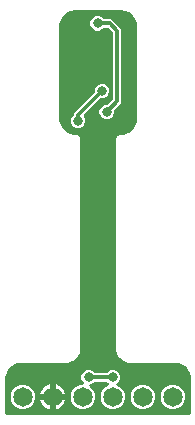
<source format=gbr>
G04 EAGLE Gerber RS-274X export*
G75*
%MOMM*%
%FSLAX34Y34*%
%LPD*%
%INBottom Copper*%
%IPPOS*%
%AMOC8*
5,1,8,0,0,1.08239X$1,22.5*%
G01*
%ADD10C,1.650000*%
%ADD11C,0.806400*%
%ADD12C,0.304800*%
%ADD13C,0.254000*%

G36*
X153788Y16D02*
X153788Y16D01*
X153907Y23D01*
X153945Y36D01*
X153986Y41D01*
X154096Y84D01*
X154209Y121D01*
X154244Y143D01*
X154281Y158D01*
X154377Y228D01*
X154478Y291D01*
X154506Y321D01*
X154539Y344D01*
X154615Y436D01*
X154696Y523D01*
X154716Y558D01*
X154741Y589D01*
X154792Y697D01*
X154850Y801D01*
X154860Y841D01*
X154877Y877D01*
X154899Y994D01*
X154929Y1109D01*
X154933Y1170D01*
X154937Y1190D01*
X154935Y1210D01*
X154939Y1270D01*
X154939Y27940D01*
X154937Y27962D01*
X154934Y28051D01*
X154741Y30256D01*
X154735Y30286D01*
X154735Y30316D01*
X154703Y30474D01*
X154130Y32612D01*
X154119Y32640D01*
X154113Y32670D01*
X154054Y32820D01*
X153119Y34826D01*
X153103Y34852D01*
X153092Y34881D01*
X153008Y35018D01*
X151738Y36831D01*
X151718Y36854D01*
X151703Y36880D01*
X151596Y37001D01*
X150031Y38566D01*
X150007Y38585D01*
X149987Y38608D01*
X149861Y38708D01*
X148048Y39978D01*
X148021Y39992D01*
X147998Y40012D01*
X147856Y40089D01*
X145850Y41024D01*
X145821Y41034D01*
X145795Y41049D01*
X145642Y41100D01*
X143504Y41673D01*
X143474Y41677D01*
X143445Y41687D01*
X143286Y41711D01*
X141081Y41904D01*
X141059Y41904D01*
X140970Y41909D01*
X102925Y41909D01*
X100886Y42088D01*
X98962Y42603D01*
X97157Y43445D01*
X95526Y44587D01*
X94117Y45996D01*
X92975Y47627D01*
X92133Y49432D01*
X91618Y51356D01*
X91439Y53395D01*
X91439Y233609D01*
X91543Y234526D01*
X91824Y235330D01*
X91868Y235401D01*
X92277Y236051D01*
X92879Y236653D01*
X93600Y237106D01*
X94404Y237387D01*
X95377Y237497D01*
X97566Y237689D01*
X97596Y237695D01*
X97626Y237695D01*
X97784Y237727D01*
X99922Y238300D01*
X99950Y238311D01*
X99980Y238317D01*
X100130Y238376D01*
X102136Y239311D01*
X102162Y239327D01*
X102191Y239338D01*
X102328Y239422D01*
X104141Y240692D01*
X104164Y240712D01*
X104190Y240727D01*
X104311Y240834D01*
X105876Y242399D01*
X105895Y242423D01*
X105918Y242443D01*
X106018Y242569D01*
X107288Y244382D01*
X107302Y244409D01*
X107322Y244432D01*
X107399Y244574D01*
X108334Y246580D01*
X108344Y246609D01*
X108359Y246635D01*
X108410Y246788D01*
X108983Y248926D01*
X108987Y248956D01*
X108997Y248985D01*
X109021Y249144D01*
X109214Y251349D01*
X109214Y251371D01*
X109219Y251460D01*
X109219Y326390D01*
X109217Y326412D01*
X109214Y326501D01*
X109021Y328706D01*
X109015Y328736D01*
X109015Y328766D01*
X108983Y328924D01*
X108410Y331062D01*
X108399Y331090D01*
X108393Y331120D01*
X108334Y331270D01*
X107399Y333276D01*
X107383Y333302D01*
X107372Y333331D01*
X107288Y333468D01*
X106018Y335281D01*
X105998Y335304D01*
X105983Y335330D01*
X105876Y335451D01*
X104311Y337016D01*
X104287Y337035D01*
X104267Y337058D01*
X104141Y337158D01*
X102328Y338428D01*
X102301Y338442D01*
X102278Y338462D01*
X102136Y338539D01*
X100130Y339474D01*
X100101Y339484D01*
X100075Y339499D01*
X99922Y339550D01*
X97784Y340123D01*
X97754Y340127D01*
X97725Y340137D01*
X97566Y340161D01*
X95361Y340354D01*
X95339Y340354D01*
X95250Y340359D01*
X59690Y340359D01*
X59669Y340357D01*
X59579Y340354D01*
X57374Y340161D01*
X57344Y340155D01*
X57314Y340155D01*
X57156Y340123D01*
X55018Y339550D01*
X54990Y339539D01*
X54960Y339533D01*
X54810Y339474D01*
X52804Y338539D01*
X52778Y338523D01*
X52749Y338512D01*
X52612Y338428D01*
X50799Y337158D01*
X50776Y337138D01*
X50750Y337123D01*
X50629Y337016D01*
X49064Y335451D01*
X49045Y335427D01*
X49022Y335407D01*
X48922Y335281D01*
X47652Y333468D01*
X47638Y333441D01*
X47618Y333418D01*
X47541Y333276D01*
X46606Y331270D01*
X46596Y331241D01*
X46581Y331215D01*
X46530Y331062D01*
X45957Y328924D01*
X45953Y328894D01*
X45943Y328865D01*
X45919Y328706D01*
X45726Y326501D01*
X45726Y326479D01*
X45721Y326390D01*
X45721Y251460D01*
X45723Y251439D01*
X45726Y251349D01*
X45919Y249144D01*
X45925Y249114D01*
X45925Y249084D01*
X45957Y248926D01*
X46530Y246788D01*
X46541Y246760D01*
X46547Y246730D01*
X46606Y246580D01*
X47541Y244574D01*
X47557Y244548D01*
X47568Y244519D01*
X47652Y244382D01*
X48922Y242569D01*
X48942Y242546D01*
X48957Y242520D01*
X49064Y242399D01*
X50629Y240834D01*
X50653Y240815D01*
X50673Y240792D01*
X50799Y240692D01*
X52612Y239422D01*
X52639Y239408D01*
X52662Y239388D01*
X52804Y239311D01*
X54810Y238376D01*
X54839Y238366D01*
X54865Y238351D01*
X55018Y238300D01*
X57156Y237727D01*
X57186Y237723D01*
X57215Y237713D01*
X57374Y237689D01*
X59563Y237497D01*
X60536Y237387D01*
X61340Y237106D01*
X62061Y236653D01*
X62663Y236051D01*
X63116Y235330D01*
X63397Y234526D01*
X63501Y233609D01*
X63501Y53395D01*
X63322Y51356D01*
X62807Y49432D01*
X61965Y47627D01*
X60823Y45996D01*
X59414Y44587D01*
X57783Y43445D01*
X55978Y42603D01*
X54054Y42088D01*
X52015Y41909D01*
X13970Y41909D01*
X13949Y41907D01*
X13859Y41904D01*
X11654Y41711D01*
X11624Y41705D01*
X11594Y41705D01*
X11436Y41673D01*
X9298Y41100D01*
X9270Y41089D01*
X9240Y41083D01*
X9090Y41024D01*
X7084Y40089D01*
X7058Y40073D01*
X7029Y40062D01*
X6892Y39978D01*
X5079Y38708D01*
X5056Y38688D01*
X5030Y38673D01*
X4909Y38566D01*
X3344Y37001D01*
X3325Y36977D01*
X3302Y36957D01*
X3202Y36831D01*
X1932Y35018D01*
X1918Y34991D01*
X1898Y34968D01*
X1821Y34826D01*
X886Y32820D01*
X876Y32791D01*
X861Y32765D01*
X810Y32612D01*
X237Y30474D01*
X233Y30444D01*
X223Y30415D01*
X199Y30256D01*
X6Y28051D01*
X6Y28029D01*
X6Y28017D01*
X3Y28005D01*
X4Y27992D01*
X1Y27940D01*
X1Y1270D01*
X16Y1152D01*
X23Y1033D01*
X36Y995D01*
X41Y954D01*
X84Y844D01*
X121Y731D01*
X143Y696D01*
X158Y659D01*
X228Y563D01*
X291Y462D01*
X321Y434D01*
X344Y401D01*
X436Y326D01*
X523Y244D01*
X558Y224D01*
X589Y199D01*
X697Y148D01*
X801Y90D01*
X841Y80D01*
X877Y63D01*
X994Y41D01*
X1109Y11D01*
X1170Y7D01*
X1190Y3D01*
X1210Y5D01*
X1270Y1D01*
X153670Y1D01*
X153788Y16D01*
G37*
%LPC*%
G36*
X62725Y3687D02*
X62725Y3687D01*
X58945Y5253D01*
X56053Y8145D01*
X54487Y11925D01*
X54487Y16015D01*
X56053Y19795D01*
X58945Y22687D01*
X62725Y24253D01*
X64436Y24253D01*
X64574Y24270D01*
X64713Y24283D01*
X64732Y24290D01*
X64752Y24293D01*
X64881Y24344D01*
X65012Y24391D01*
X65029Y24402D01*
X65047Y24410D01*
X65160Y24491D01*
X65275Y24569D01*
X65288Y24585D01*
X65305Y24596D01*
X65394Y24704D01*
X65485Y24808D01*
X65495Y24826D01*
X65508Y24841D01*
X65567Y24967D01*
X65630Y25091D01*
X65634Y25111D01*
X65643Y25129D01*
X65669Y25266D01*
X65700Y25401D01*
X65699Y25422D01*
X65703Y25441D01*
X65694Y25580D01*
X65690Y25719D01*
X65684Y25739D01*
X65683Y25759D01*
X65640Y25891D01*
X65602Y26025D01*
X65591Y26042D01*
X65585Y26061D01*
X65511Y26179D01*
X65440Y26299D01*
X65422Y26320D01*
X65415Y26330D01*
X65400Y26344D01*
X65334Y26419D01*
X64709Y27045D01*
X63785Y29274D01*
X63785Y31686D01*
X64709Y33915D01*
X66415Y35621D01*
X68644Y36545D01*
X71056Y36545D01*
X73285Y35621D01*
X74498Y34408D01*
X74577Y34348D01*
X74649Y34280D01*
X74702Y34251D01*
X74750Y34214D01*
X74841Y34174D01*
X74927Y34126D01*
X74986Y34111D01*
X75041Y34087D01*
X75139Y34072D01*
X75235Y34047D01*
X75335Y34041D01*
X75356Y34037D01*
X75368Y34039D01*
X75396Y34037D01*
X84624Y34037D01*
X84722Y34049D01*
X84821Y34052D01*
X84880Y34069D01*
X84940Y34077D01*
X85032Y34113D01*
X85127Y34141D01*
X85179Y34171D01*
X85235Y34194D01*
X85315Y34252D01*
X85401Y34302D01*
X85476Y34368D01*
X85493Y34380D01*
X85500Y34390D01*
X85522Y34408D01*
X86735Y35621D01*
X88964Y36545D01*
X91376Y36545D01*
X93605Y35621D01*
X95311Y33915D01*
X96235Y31686D01*
X96235Y29274D01*
X95311Y27045D01*
X93774Y25507D01*
X93743Y25468D01*
X93706Y25434D01*
X93646Y25342D01*
X93579Y25256D01*
X93559Y25210D01*
X93532Y25168D01*
X93496Y25065D01*
X93452Y24964D01*
X93445Y24915D01*
X93428Y24868D01*
X93420Y24758D01*
X93403Y24650D01*
X93407Y24600D01*
X93403Y24551D01*
X93422Y24442D01*
X93432Y24333D01*
X93449Y24286D01*
X93458Y24237D01*
X93503Y24137D01*
X93540Y24034D01*
X93568Y23993D01*
X93588Y23947D01*
X93657Y23862D01*
X93719Y23771D01*
X93756Y23738D01*
X93787Y23699D01*
X93875Y23633D01*
X93957Y23560D01*
X94001Y23537D01*
X94041Y23508D01*
X94185Y23437D01*
X95995Y22687D01*
X98887Y19795D01*
X100453Y16015D01*
X100453Y11925D01*
X98887Y8145D01*
X95995Y5253D01*
X92215Y3687D01*
X88125Y3687D01*
X84345Y5253D01*
X81453Y8145D01*
X79887Y11925D01*
X79887Y16015D01*
X81453Y19795D01*
X84345Y22687D01*
X86155Y23437D01*
X86198Y23461D01*
X86245Y23478D01*
X86335Y23540D01*
X86431Y23594D01*
X86467Y23629D01*
X86508Y23657D01*
X86580Y23739D01*
X86659Y23816D01*
X86685Y23858D01*
X86718Y23895D01*
X86768Y23993D01*
X86825Y24087D01*
X86840Y24134D01*
X86863Y24178D01*
X86887Y24286D01*
X86919Y24391D01*
X86921Y24440D01*
X86932Y24489D01*
X86929Y24599D01*
X86934Y24708D01*
X86924Y24757D01*
X86923Y24807D01*
X86892Y24912D01*
X86870Y25020D01*
X86848Y25064D01*
X86834Y25112D01*
X86779Y25207D01*
X86730Y25305D01*
X86698Y25343D01*
X86673Y25386D01*
X86566Y25507D01*
X85522Y26552D01*
X85444Y26612D01*
X85371Y26680D01*
X85318Y26709D01*
X85270Y26746D01*
X85179Y26786D01*
X85093Y26834D01*
X85034Y26849D01*
X84978Y26873D01*
X84881Y26888D01*
X84785Y26913D01*
X84685Y26919D01*
X84664Y26923D01*
X84652Y26921D01*
X84624Y26923D01*
X75396Y26923D01*
X75298Y26911D01*
X75199Y26908D01*
X75140Y26891D01*
X75080Y26883D01*
X74988Y26847D01*
X74893Y26819D01*
X74841Y26789D01*
X74785Y26766D01*
X74705Y26708D01*
X74619Y26658D01*
X74544Y26592D01*
X74527Y26580D01*
X74520Y26570D01*
X74498Y26552D01*
X73285Y25339D01*
X71263Y24501D01*
X71220Y24476D01*
X71173Y24459D01*
X71082Y24398D01*
X70987Y24343D01*
X70951Y24309D01*
X70910Y24281D01*
X70837Y24198D01*
X70758Y24122D01*
X70732Y24080D01*
X70699Y24042D01*
X70650Y23945D01*
X70592Y23851D01*
X70577Y23803D01*
X70555Y23759D01*
X70531Y23652D01*
X70498Y23547D01*
X70496Y23497D01*
X70485Y23449D01*
X70489Y23339D01*
X70483Y23229D01*
X70493Y23181D01*
X70495Y23131D01*
X70525Y23025D01*
X70548Y22918D01*
X70569Y22873D01*
X70583Y22826D01*
X70639Y22731D01*
X70687Y22632D01*
X70720Y22594D01*
X70745Y22552D01*
X70851Y22431D01*
X73487Y19795D01*
X75053Y16015D01*
X75053Y11925D01*
X73487Y8145D01*
X70595Y5253D01*
X66815Y3687D01*
X62725Y3687D01*
G37*
%LPD*%
%LPC*%
G36*
X83884Y249205D02*
X83884Y249205D01*
X81655Y250129D01*
X79949Y251835D01*
X79025Y254064D01*
X79025Y256476D01*
X79949Y258705D01*
X81655Y260411D01*
X83884Y261335D01*
X85599Y261335D01*
X85697Y261347D01*
X85796Y261350D01*
X85854Y261367D01*
X85915Y261375D01*
X86007Y261411D01*
X86102Y261439D01*
X86154Y261469D01*
X86210Y261492D01*
X86290Y261550D01*
X86376Y261600D01*
X86451Y261666D01*
X86468Y261678D01*
X86475Y261688D01*
X86497Y261706D01*
X90052Y265261D01*
X90112Y265340D01*
X90180Y265412D01*
X90209Y265465D01*
X90246Y265513D01*
X90286Y265604D01*
X90334Y265690D01*
X90349Y265749D01*
X90373Y265805D01*
X90388Y265903D01*
X90413Y265998D01*
X90419Y266098D01*
X90423Y266119D01*
X90421Y266131D01*
X90423Y266159D01*
X90423Y321851D01*
X90411Y321949D01*
X90408Y322048D01*
X90391Y322106D01*
X90383Y322167D01*
X90347Y322259D01*
X90319Y322354D01*
X90289Y322406D01*
X90266Y322462D01*
X90208Y322542D01*
X90158Y322628D01*
X90092Y322703D01*
X90080Y322720D01*
X90070Y322727D01*
X90052Y322749D01*
X86529Y326272D01*
X86450Y326332D01*
X86378Y326400D01*
X86325Y326429D01*
X86277Y326466D01*
X86186Y326506D01*
X86100Y326554D01*
X86041Y326569D01*
X85985Y326593D01*
X85887Y326608D01*
X85792Y326633D01*
X85692Y326639D01*
X85671Y326643D01*
X85659Y326641D01*
X85631Y326643D01*
X83016Y326643D01*
X82918Y326631D01*
X82819Y326628D01*
X82760Y326611D01*
X82700Y326603D01*
X82608Y326567D01*
X82513Y326539D01*
X82461Y326509D01*
X82405Y326486D01*
X82325Y326428D01*
X82239Y326378D01*
X82164Y326312D01*
X82147Y326300D01*
X82140Y326290D01*
X82118Y326272D01*
X80905Y325059D01*
X78676Y324135D01*
X76264Y324135D01*
X74035Y325059D01*
X72329Y326765D01*
X71405Y328994D01*
X71405Y331406D01*
X72329Y333635D01*
X74035Y335341D01*
X76264Y336265D01*
X78676Y336265D01*
X80905Y335341D01*
X82118Y334128D01*
X82197Y334068D01*
X82269Y334000D01*
X82322Y333971D01*
X82370Y333934D01*
X82461Y333894D01*
X82547Y333846D01*
X82606Y333831D01*
X82661Y333807D01*
X82759Y333792D01*
X82855Y333767D01*
X82955Y333761D01*
X82976Y333757D01*
X82988Y333759D01*
X83016Y333757D01*
X89103Y333757D01*
X97537Y325323D01*
X97537Y262687D01*
X91526Y256677D01*
X91466Y256598D01*
X91398Y256526D01*
X91369Y256473D01*
X91332Y256425D01*
X91292Y256334D01*
X91244Y256248D01*
X91229Y256189D01*
X91205Y256133D01*
X91190Y256035D01*
X91165Y255940D01*
X91159Y255840D01*
X91155Y255819D01*
X91157Y255807D01*
X91155Y255779D01*
X91155Y254064D01*
X90231Y251835D01*
X88525Y250129D01*
X86296Y249205D01*
X83884Y249205D01*
G37*
%LPD*%
%LPC*%
G36*
X59754Y241585D02*
X59754Y241585D01*
X57525Y242509D01*
X55819Y244215D01*
X54895Y246444D01*
X54895Y248856D01*
X55819Y251085D01*
X57032Y252298D01*
X57092Y252377D01*
X57160Y252449D01*
X57189Y252502D01*
X57226Y252550D01*
X57266Y252641D01*
X57314Y252727D01*
X57329Y252786D01*
X57353Y252841D01*
X57368Y252939D01*
X57393Y253035D01*
X57399Y253135D01*
X57403Y253156D01*
X57401Y253168D01*
X57403Y253196D01*
X57403Y254203D01*
X74844Y271643D01*
X74904Y271722D01*
X74972Y271794D01*
X75001Y271847D01*
X75038Y271895D01*
X75078Y271986D01*
X75126Y272072D01*
X75141Y272131D01*
X75165Y272187D01*
X75180Y272285D01*
X75205Y272380D01*
X75211Y272480D01*
X75215Y272501D01*
X75213Y272513D01*
X75215Y272541D01*
X75215Y274256D01*
X76139Y276485D01*
X77845Y278191D01*
X80074Y279115D01*
X82486Y279115D01*
X84715Y278191D01*
X86421Y276485D01*
X87345Y274256D01*
X87345Y271844D01*
X86421Y269615D01*
X84715Y267909D01*
X82486Y266985D01*
X80771Y266985D01*
X80673Y266973D01*
X80574Y266970D01*
X80516Y266953D01*
X80455Y266945D01*
X80363Y266909D01*
X80268Y266881D01*
X80216Y266851D01*
X80160Y266828D01*
X80080Y266770D01*
X79994Y266720D01*
X79919Y266654D01*
X79902Y266642D01*
X79895Y266632D01*
X79873Y266614D01*
X66121Y252861D01*
X66048Y252767D01*
X65969Y252678D01*
X65951Y252642D01*
X65926Y252610D01*
X65879Y252500D01*
X65824Y252394D01*
X65816Y252355D01*
X65800Y252318D01*
X65781Y252200D01*
X65755Y252084D01*
X65756Y252044D01*
X65750Y252004D01*
X65761Y251885D01*
X65765Y251766D01*
X65776Y251727D01*
X65780Y251687D01*
X65820Y251575D01*
X65853Y251461D01*
X65874Y251426D01*
X65887Y251388D01*
X65954Y251289D01*
X66015Y251187D01*
X66054Y251142D01*
X66066Y251125D01*
X66081Y251111D01*
X66099Y251090D01*
X67025Y248856D01*
X67025Y246444D01*
X66101Y244215D01*
X64395Y242509D01*
X62166Y241585D01*
X59754Y241585D01*
G37*
%LPD*%
%LPC*%
G36*
X138925Y3687D02*
X138925Y3687D01*
X135145Y5253D01*
X132253Y8145D01*
X130687Y11925D01*
X130687Y16015D01*
X132253Y19795D01*
X135145Y22687D01*
X138925Y24253D01*
X143015Y24253D01*
X146795Y22687D01*
X149687Y19795D01*
X151253Y16015D01*
X151253Y11925D01*
X149687Y8145D01*
X146795Y5253D01*
X143015Y3687D01*
X138925Y3687D01*
G37*
%LPD*%
%LPC*%
G36*
X113525Y3687D02*
X113525Y3687D01*
X109745Y5253D01*
X106853Y8145D01*
X105287Y11925D01*
X105287Y16015D01*
X106853Y19795D01*
X109745Y22687D01*
X113525Y24253D01*
X117615Y24253D01*
X121395Y22687D01*
X124287Y19795D01*
X125853Y16015D01*
X125853Y11925D01*
X124287Y8145D01*
X121395Y5253D01*
X117615Y3687D01*
X113525Y3687D01*
G37*
%LPD*%
%LPC*%
G36*
X11925Y3687D02*
X11925Y3687D01*
X8145Y5253D01*
X5253Y8145D01*
X3687Y11925D01*
X3687Y16015D01*
X5253Y19795D01*
X8145Y22687D01*
X11925Y24253D01*
X16015Y24253D01*
X19795Y22687D01*
X22687Y19795D01*
X24253Y16015D01*
X24253Y11925D01*
X22687Y8145D01*
X19795Y5253D01*
X16015Y3687D01*
X11925Y3687D01*
G37*
%LPD*%
%LPC*%
G36*
X41909Y16509D02*
X41909Y16509D01*
X41909Y24491D01*
X43512Y23970D01*
X45026Y23199D01*
X46400Y22201D01*
X47601Y21000D01*
X48599Y19626D01*
X49370Y18112D01*
X49891Y16509D01*
X41909Y16509D01*
G37*
%LPD*%
%LPC*%
G36*
X28849Y16509D02*
X28849Y16509D01*
X29370Y18112D01*
X30141Y19626D01*
X31139Y21000D01*
X32340Y22201D01*
X33714Y23199D01*
X35228Y23970D01*
X36831Y24491D01*
X36831Y16509D01*
X28849Y16509D01*
G37*
%LPD*%
%LPC*%
G36*
X41909Y11431D02*
X41909Y11431D01*
X49891Y11431D01*
X49370Y9828D01*
X48599Y8314D01*
X47601Y6940D01*
X46400Y5739D01*
X45026Y4741D01*
X43512Y3970D01*
X41909Y3449D01*
X41909Y11431D01*
G37*
%LPD*%
%LPC*%
G36*
X35228Y3970D02*
X35228Y3970D01*
X33714Y4741D01*
X32340Y5739D01*
X31139Y6940D01*
X30141Y8314D01*
X29370Y9828D01*
X28849Y11431D01*
X36831Y11431D01*
X36831Y3449D01*
X35228Y3970D01*
G37*
%LPD*%
%LPC*%
G36*
X39369Y13969D02*
X39369Y13969D01*
X39369Y13971D01*
X39371Y13971D01*
X39371Y13969D01*
X39369Y13969D01*
G37*
%LPD*%
D10*
X13970Y13970D03*
X39370Y13970D03*
X64770Y13970D03*
X90170Y13970D03*
X115570Y13970D03*
X140970Y13970D03*
D11*
X101600Y273050D03*
X53340Y255270D03*
X69850Y273050D03*
X77470Y308610D03*
X81280Y273050D03*
X60960Y247650D03*
D12*
X60960Y252730D02*
X81280Y273050D01*
X60960Y252730D02*
X60960Y247650D01*
D11*
X85090Y255270D03*
X77470Y330200D03*
D12*
X87630Y330200D01*
X93980Y323850D01*
X93980Y264160D02*
X85090Y255270D01*
X93980Y264160D02*
X93980Y323850D01*
D11*
X69850Y30480D03*
X90170Y30480D03*
D12*
X69850Y30480D01*
D13*
X0Y0D02*
X154940Y0D01*
X154940Y29210D01*
X154892Y30317D01*
X154747Y31415D01*
X154507Y32497D01*
X154174Y33554D01*
X153750Y34577D01*
X153239Y35560D01*
X152643Y36494D01*
X151969Y37373D01*
X151220Y38190D01*
X150403Y38939D01*
X149524Y39613D01*
X148590Y40209D01*
X147607Y40720D01*
X146584Y41144D01*
X145527Y41477D01*
X144445Y41717D01*
X143347Y41862D01*
X142240Y41910D01*
X104140Y41910D01*
X103033Y41958D01*
X101935Y42103D01*
X100853Y42343D01*
X99796Y42676D01*
X98773Y43100D01*
X97790Y43611D01*
X96856Y44207D01*
X95977Y44881D01*
X95160Y45630D01*
X94411Y46447D01*
X93737Y47326D01*
X93141Y48260D01*
X92630Y49243D01*
X92206Y50266D01*
X91873Y51323D01*
X91633Y52405D01*
X91488Y53503D01*
X91440Y54610D01*
X91440Y232410D01*
X91459Y232853D01*
X91517Y233292D01*
X91613Y233725D01*
X91746Y234147D01*
X91916Y234557D01*
X92121Y234950D01*
X92359Y235324D01*
X92629Y235675D01*
X92928Y236002D01*
X93255Y236302D01*
X93606Y236571D01*
X93980Y236809D01*
X94373Y237014D01*
X94783Y237184D01*
X95205Y237317D01*
X95638Y237413D01*
X96077Y237471D01*
X96520Y237490D01*
X97627Y237538D01*
X98725Y237683D01*
X99807Y237923D01*
X100864Y238256D01*
X101887Y238680D01*
X102870Y239191D01*
X103804Y239787D01*
X104683Y240461D01*
X105500Y241210D01*
X106249Y242027D01*
X106923Y242906D01*
X107519Y243840D01*
X108030Y244823D01*
X108454Y245846D01*
X108787Y246903D01*
X109027Y247985D01*
X109172Y249083D01*
X109220Y250190D01*
X109220Y327660D01*
X109172Y328767D01*
X109027Y329865D01*
X108787Y330947D01*
X108454Y332004D01*
X108030Y333027D01*
X107519Y334010D01*
X106923Y334944D01*
X106249Y335823D01*
X105500Y336640D01*
X104683Y337389D01*
X103804Y338063D01*
X102870Y338659D01*
X101887Y339170D01*
X100864Y339594D01*
X99807Y339927D01*
X98725Y340167D01*
X97627Y340312D01*
X96520Y340360D01*
X58420Y340360D01*
X57313Y340312D01*
X56215Y340167D01*
X55133Y339927D01*
X54076Y339594D01*
X53053Y339170D01*
X52070Y338659D01*
X51136Y338063D01*
X50257Y337389D01*
X49440Y336640D01*
X48691Y335823D01*
X48017Y334944D01*
X47421Y334010D01*
X46910Y333027D01*
X46486Y332004D01*
X46153Y330947D01*
X45913Y329865D01*
X45768Y328767D01*
X45720Y327660D01*
X45720Y250190D01*
X45768Y249083D01*
X45913Y247985D01*
X46153Y246903D01*
X46486Y245846D01*
X46910Y244823D01*
X47421Y243840D01*
X48017Y242906D01*
X48691Y242027D01*
X49440Y241210D01*
X50257Y240461D01*
X51136Y239787D01*
X52070Y239191D01*
X53053Y238680D01*
X54076Y238256D01*
X55133Y237923D01*
X56215Y237683D01*
X57313Y237538D01*
X58420Y237490D01*
X58863Y237471D01*
X59302Y237413D01*
X59735Y237317D01*
X60157Y237184D01*
X60567Y237014D01*
X60960Y236809D01*
X61334Y236571D01*
X61685Y236302D01*
X62012Y236002D01*
X62312Y235675D01*
X62581Y235324D01*
X62819Y234950D01*
X63024Y234557D01*
X63194Y234147D01*
X63327Y233725D01*
X63423Y233292D01*
X63481Y232853D01*
X63500Y232410D01*
X63500Y54610D01*
X63452Y53503D01*
X63307Y52405D01*
X63067Y51323D01*
X62734Y50266D01*
X62310Y49243D01*
X61799Y48260D01*
X61203Y47326D01*
X60529Y46447D01*
X59780Y45630D01*
X58963Y44881D01*
X58084Y44207D01*
X57150Y43611D01*
X56167Y43100D01*
X55144Y42676D01*
X54087Y42343D01*
X53005Y42103D01*
X51907Y41958D01*
X50800Y41910D01*
X12700Y41910D01*
X11593Y41862D01*
X10495Y41717D01*
X9413Y41477D01*
X8356Y41144D01*
X7333Y40720D01*
X6350Y40209D01*
X5416Y39613D01*
X4537Y38939D01*
X3720Y38190D01*
X2971Y37373D01*
X2297Y36494D01*
X1701Y35560D01*
X1190Y34577D01*
X766Y33554D01*
X433Y32497D01*
X193Y31415D01*
X48Y30317D01*
X0Y29210D01*
X0Y0D01*
M02*

</source>
